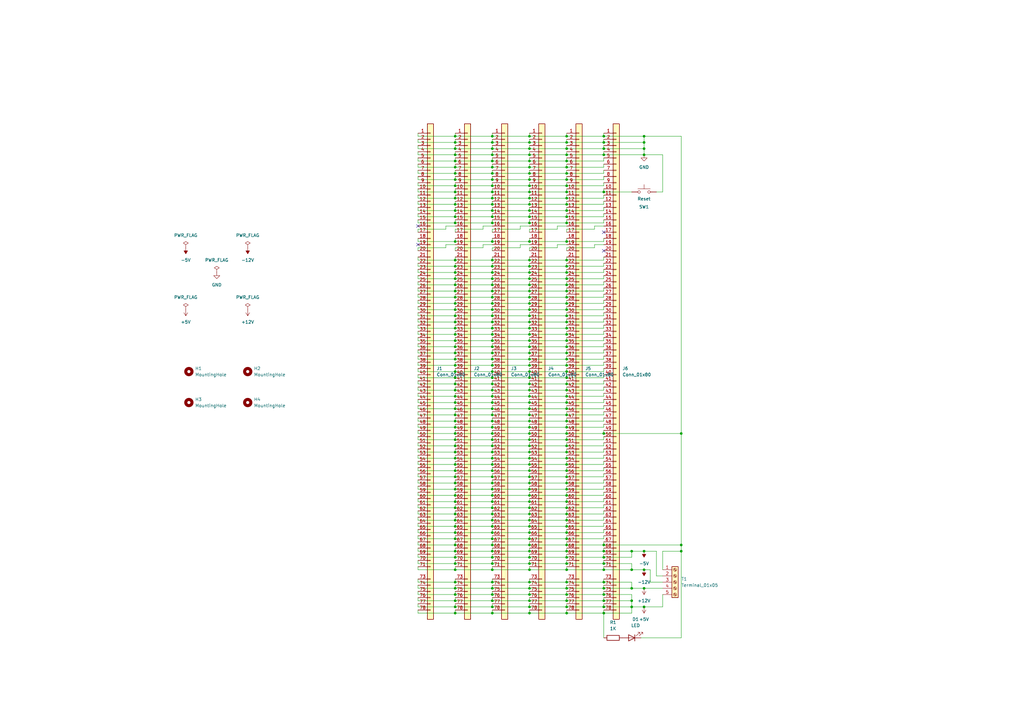
<source format=kicad_sch>
(kicad_sch (version 20230121) (generator eeschema)
  (paper "A3")
  (title_block (title "80-Bus Card Backplane") (date "2024-06-22") (rev "1.3.0"))
  (junction (at 201.93 200.66))
  (junction (at 201.93 195.58))
  (junction (at 217.17 195.58))
  (junction (at 217.17 170.18))
  (junction (at 217.17 165.1))
  (junction (at 232.41 193.04))
  (junction (at 217.17 203.2))
  (junction (at 247.65 241.3))
  (junction (at 186.69 172.72))
  (junction (at 217.17 132.08))
  (junction (at 232.41 218.44))
  (junction (at 232.41 167.64))
  (junction (at 232.41 157.48))
  (junction (at 201.93 142.24))
  (junction (at 201.93 226.06))
  (junction (at 232.41 55.88))
  (junction (at 232.41 223.52))
  (junction (at 217.17 223.52))
  (junction (at 264.16 63.5))
  (junction (at 217.17 198.12))
  (junction (at 217.17 157.48))
  (junction (at 201.93 83.82))
  (junction (at 201.93 248.92))
  (junction (at 201.93 177.8))
  (junction (at 186.69 157.48))
  (junction (at 247.65 60.96))
  (junction (at 217.17 66.04))
  (junction (at 217.17 63.5))
  (junction (at 247.65 63.5))
  (junction (at 232.41 109.22))
  (junction (at 201.93 137.16))
  (junction (at 217.17 76.2))
  (junction (at 247.65 177.8))
  (junction (at 201.93 71.12))
  (junction (at 217.17 116.84))
  (junction (at 232.41 175.26))
  (junction (at 217.17 190.5))
  (junction (at 186.69 111.76))
  (junction (at 201.93 180.34))
  (junction (at 186.69 149.86))
  (junction (at 247.65 231.14))
  (junction (at 201.93 124.46))
  (junction (at 201.93 152.4))
  (junction (at 201.93 198.12))
  (junction (at 217.17 144.78))
  (junction (at 201.93 106.68))
  (junction (at 186.69 139.7))
  (junction (at 186.69 132.08))
  (junction (at 232.41 241.3))
  (junction (at 201.93 68.58))
  (junction (at 186.69 203.2))
  (junction (at 201.93 132.08))
  (junction (at 232.41 111.76))
  (junction (at 217.17 81.28))
  (junction (at 217.17 88.9))
  (junction (at 217.17 124.46))
  (junction (at 217.17 106.68))
  (junction (at 186.69 182.88))
  (junction (at 201.93 139.7))
  (junction (at 217.17 213.36))
  (junction (at 217.17 147.32))
  (junction (at 201.93 86.36))
  (junction (at 279.4 226.06))
  (junction (at 186.69 167.64))
  (junction (at 232.41 226.06))
  (junction (at 186.69 66.04))
  (junction (at 232.41 195.58))
  (junction (at 186.69 177.8))
  (junction (at 217.17 215.9))
  (junction (at 186.69 142.24))
  (junction (at 186.69 86.36))
  (junction (at 232.41 66.04))
  (junction (at 201.93 154.94))
  (junction (at 201.93 172.72))
  (junction (at 186.69 226.06))
  (junction (at 259.08 246.38))
  (junction (at 232.41 228.6))
  (junction (at 217.17 121.92))
  (junction (at 201.93 185.42))
  (junction (at 232.41 116.84))
  (junction (at 201.93 208.28))
  (junction (at 279.4 223.52))
  (junction (at 232.41 165.1))
  (junction (at 232.41 99.06))
  (junction (at 232.41 231.14))
  (junction (at 201.93 109.22))
  (junction (at 186.69 198.12))
  (junction (at 232.41 60.96))
  (junction (at 201.93 213.36))
  (junction (at 186.69 208.28))
  (junction (at 232.41 78.74))
  (junction (at 186.69 147.32))
  (junction (at 217.17 208.28))
  (junction (at 264.16 248.92))
  (junction (at 217.17 231.14))
  (junction (at 186.69 68.58))
  (junction (at 186.69 83.82))
  (junction (at 232.41 182.88))
  (junction (at 217.17 73.66))
  (junction (at 201.93 203.2))
  (junction (at 232.41 233.68))
  (junction (at 201.93 129.54))
  (junction (at 186.69 76.2))
  (junction (at 264.16 233.68))
  (junction (at 201.93 243.84))
  (junction (at 201.93 162.56))
  (junction (at 186.69 134.62))
  (junction (at 186.69 60.96))
  (junction (at 217.17 109.22))
  (junction (at 217.17 129.54))
  (junction (at 217.17 193.04))
  (junction (at 186.69 210.82))
  (junction (at 186.69 160.02))
  (junction (at 186.69 144.78))
  (junction (at 186.69 187.96))
  (junction (at 186.69 213.36))
  (junction (at 201.93 218.44))
  (junction (at 232.41 187.96))
  (junction (at 217.17 180.34))
  (junction (at 201.93 228.6))
  (junction (at 217.17 251.46))
  (junction (at 232.41 91.44))
  (junction (at 217.17 182.88))
  (junction (at 259.08 248.92))
  (junction (at 232.41 86.36))
  (junction (at 186.69 58.42))
  (junction (at 186.69 246.38))
  (junction (at 186.69 215.9))
  (junction (at 232.41 63.5))
  (junction (at 217.17 238.76))
  (junction (at 201.93 76.2))
  (junction (at 232.41 119.38))
  (junction (at 217.17 142.24))
  (junction (at 186.69 127))
  (junction (at 232.41 142.24))
  (junction (at 186.69 119.38))
  (junction (at 186.69 193.04))
  (junction (at 186.69 190.5))
  (junction (at 186.69 218.44))
  (junction (at 217.17 86.36))
  (junction (at 186.69 180.34))
  (junction (at 217.17 175.26))
  (junction (at 217.17 111.76))
  (junction (at 232.41 88.9))
  (junction (at 247.65 228.6))
  (junction (at 217.17 162.56))
  (junction (at 217.17 137.16))
  (junction (at 279.4 177.8))
  (junction (at 217.17 177.8))
  (junction (at 217.17 134.62))
  (junction (at 186.69 223.52))
  (junction (at 232.41 213.36))
  (junction (at 232.41 198.12))
  (junction (at 201.93 241.3))
  (junction (at 232.41 114.3))
  (junction (at 201.93 190.5))
  (junction (at 201.93 193.04))
  (junction (at 186.69 170.18))
  (junction (at 201.93 187.96))
  (junction (at 232.41 71.12))
  (junction (at 217.17 55.88))
  (junction (at 201.93 233.68))
  (junction (at 217.17 160.02))
  (junction (at 217.17 139.7))
  (junction (at 201.93 223.52))
  (junction (at 201.93 58.42))
  (junction (at 201.93 220.98))
  (junction (at 186.69 200.66))
  (junction (at 247.65 233.68))
  (junction (at 186.69 129.54))
  (junction (at 201.93 149.86))
  (junction (at 201.93 251.46))
  (junction (at 201.93 175.26))
  (junction (at 232.41 124.46))
  (junction (at 217.17 220.98))
  (junction (at 232.41 210.82))
  (junction (at 217.17 152.4))
  (junction (at 259.08 226.06))
  (junction (at 201.93 246.38))
  (junction (at 201.93 215.9))
  (junction (at 232.41 243.84))
  (junction (at 264.16 241.3))
  (junction (at 201.93 134.62))
  (junction (at 232.41 144.78))
  (junction (at 247.65 55.88))
  (junction (at 232.41 58.42))
  (junction (at 186.69 231.14))
  (junction (at 247.65 238.76))
  (junction (at 232.41 203.2))
  (junction (at 186.69 185.42))
  (junction (at 201.93 114.3))
  (junction (at 217.17 78.74))
  (junction (at 201.93 99.06))
  (junction (at 186.69 162.56))
  (junction (at 217.17 187.96))
  (junction (at 186.69 81.28))
  (junction (at 186.69 121.92))
  (junction (at 201.93 205.74))
  (junction (at 232.41 83.82))
  (junction (at 186.69 116.84))
  (junction (at 201.93 231.14))
  (junction (at 201.93 121.92))
  (junction (at 201.93 167.64))
  (junction (at 186.69 195.58))
  (junction (at 232.41 106.68))
  (junction (at 247.65 226.06))
  (junction (at 186.69 78.74))
  (junction (at 232.41 81.28))
  (junction (at 232.41 251.46))
  (junction (at 186.69 152.4))
  (junction (at 217.17 205.74))
  (junction (at 186.69 241.3))
  (junction (at 217.17 114.3))
  (junction (at 186.69 251.46))
  (junction (at 201.93 160.02))
  (junction (at 201.93 147.32))
  (junction (at 186.69 91.44))
  (junction (at 217.17 233.68))
  (junction (at 232.41 137.16))
  (junction (at 201.93 81.28))
  (junction (at 186.69 114.3))
  (junction (at 186.69 99.06))
  (junction (at 232.41 160.02))
  (junction (at 232.41 200.66))
  (junction (at 232.41 177.8))
  (junction (at 232.41 248.92))
  (junction (at 201.93 55.88))
  (junction (at 232.41 172.72))
  (junction (at 201.93 144.78))
  (junction (at 232.41 121.92))
  (junction (at 232.41 220.98))
  (junction (at 232.41 215.9))
  (junction (at 217.17 83.82))
  (junction (at 232.41 190.5))
  (junction (at 186.69 137.16))
  (junction (at 186.69 238.76))
  (junction (at 217.17 149.86))
  (junction (at 186.69 124.46))
  (junction (at 217.17 210.82))
  (junction (at 201.93 238.76))
  (junction (at 217.17 243.84))
  (junction (at 186.69 165.1))
  (junction (at 217.17 99.06))
  (junction (at 217.17 119.38))
  (junction (at 186.69 233.68))
  (junction (at 186.69 154.94))
  (junction (at 264.16 58.42))
  (junction (at 201.93 210.82))
  (junction (at 217.17 246.38))
  (junction (at 232.41 127))
  (junction (at 186.69 205.74))
  (junction (at 232.41 68.58))
  (junction (at 217.17 154.94))
  (junction (at 217.17 60.96))
  (junction (at 201.93 182.88))
  (junction (at 201.93 66.04))
  (junction (at 259.08 241.3))
  (junction (at 186.69 109.22))
  (junction (at 232.41 208.28))
  (junction (at 232.41 162.56))
  (junction (at 186.69 71.12))
  (junction (at 201.93 88.9))
  (junction (at 232.41 149.86))
  (junction (at 232.41 147.32))
  (junction (at 217.17 248.92))
  (junction (at 264.16 55.88))
  (junction (at 232.41 73.66))
  (junction (at 217.17 127))
  (junction (at 232.41 76.2))
  (junction (at 232.41 170.18))
  (junction (at 232.41 246.38))
  (junction (at 201.93 157.48))
  (junction (at 232.41 205.74))
  (junction (at 217.17 200.66))
  (junction (at 186.69 88.9))
  (junction (at 232.41 134.62))
  (junction (at 247.65 248.92))
  (junction (at 217.17 91.44))
  (junction (at 186.69 73.66))
  (junction (at 247.65 251.46))
  (junction (at 201.93 170.18))
  (junction (at 201.93 63.5))
  (junction (at 201.93 127))
  (junction (at 217.17 218.44))
  (junction (at 186.69 248.92))
  (junction (at 232.41 185.42))
  (junction (at 186.69 228.6))
  (junction (at 232.41 129.54))
  (junction (at 201.93 78.74))
  (junction (at 217.17 58.42))
  (junction (at 247.65 223.52))
  (junction (at 232.41 180.34))
  (junction (at 186.69 175.26))
  (junction (at 217.17 185.42))
  (junction (at 247.65 78.74))
  (junction (at 186.69 243.84))
  (junction (at 247.65 246.38))
  (junction (at 264.16 226.06))
  (junction (at 201.93 119.38))
  (junction (at 201.93 73.66))
  (junction (at 217.17 172.72))
  (junction (at 201.93 60.96))
  (junction (at 217.17 241.3))
  (junction (at 232.41 139.7))
  (junction (at 232.41 152.4))
  (junction (at 186.69 63.5))
  (junction (at 247.65 58.42))
  (junction (at 201.93 111.76))
  (junction (at 232.41 132.08))
  (junction (at 247.65 243.84))
  (junction (at 264.16 60.96))
  (junction (at 201.93 116.84))
  (junction (at 186.69 220.98))
  (junction (at 217.17 68.58))
  (junction (at 217.17 228.6))
  (junction (at 217.17 226.06))
  (junction (at 201.93 165.1))
  (junction (at 217.17 167.64))
  (junction (at 232.41 238.76))
  (junction (at 217.17 71.12))
  (junction (at 201.93 91.44))
  (junction (at 259.08 233.68))
  (junction (at 232.41 154.94))
  (junction (at 186.69 106.68))
  (junction (at 186.69 55.88))
  (no_connect (at 247.65 102.87))
  (no_connect (at 247.65 95.25))
  (no_connect (at 171.45 92.71))
  (no_connect (at 171.45 100.33))
  (wire (pts (xy 186.69 115.57) (xy 186.69 116.84)))
  (wire (pts (xy 247.65 231.14) (xy 247.65 229.87)))
  (wire (pts (xy 217.17 231.14) (xy 232.41 231.14)))
  (wire (pts (xy 217.17 63.5) (xy 232.41 63.5)))
  (wire (pts (xy 171.45 207.01) (xy 171.45 208.28)))
  (wire (pts (xy 201.93 137.16) (xy 186.69 137.16)))
  (wire (pts (xy 171.45 109.22) (xy 171.45 107.95)))
  (wire (pts (xy 217.17 165.1) (xy 201.93 165.1)))
  (wire (pts (xy 201.93 170.18) (xy 186.69 170.18)))
  (wire (pts (xy 201.93 233.68) (xy 217.17 233.68)))
  (wire (pts (xy 171.45 248.92) (xy 186.69 248.92)))
  (wire (pts (xy 232.41 205.74) (xy 217.17 205.74)))
  (wire (pts (xy 259.08 228.6) (xy 247.65 228.6)))
  (wire (pts (xy 232.41 111.76) (xy 232.41 110.49)))
  (wire (pts (xy 186.69 114.3) (xy 186.69 113.03)))
  (wire (pts (xy 217.17 187.96) (xy 201.93 187.96)))
  (wire (pts (xy 232.41 92.71) (xy 228.6 92.71)))
  (wire (pts (xy 247.65 146.05) (xy 247.65 147.32)))
  (wire (pts (xy 217.17 228.6) (xy 232.41 228.6)))
  (wire (pts (xy 186.69 93.98) (xy 186.69 95.25)))
  (wire (pts (xy 243.84 101.6) (xy 232.41 101.6)))
  (wire (pts (xy 232.41 180.34) (xy 247.65 180.34)))
  (wire (pts (xy 201.93 73.66) (xy 217.17 73.66)))
  (wire (pts (xy 201.93 81.28) (xy 186.69 81.28)))
  (wire (pts (xy 217.17 186.69) (xy 217.17 187.96)))
  (wire (pts (xy 232.41 124.46) (xy 217.17 124.46)))
  (wire (pts (xy 217.17 76.2) (xy 201.93 76.2)))
  (wire (pts (xy 232.41 157.48) (xy 232.41 156.21)))
  (wire (pts (xy 259.08 231.14) (xy 247.65 231.14)))
  (wire (pts (xy 217.17 180.34) (xy 232.41 180.34)))
  (wire (pts (xy 217.17 154.94) (xy 217.17 153.67)))
  (wire (pts (xy 232.41 193.04) (xy 217.17 193.04)))
  (wire (pts (xy 217.17 229.87) (xy 217.17 231.14)))
  (wire (pts (xy 247.65 135.89) (xy 247.65 137.16)))
  (wire (pts (xy 269.24 226.06) (xy 264.16 226.06)))
  (wire (pts (xy 186.69 242.57) (xy 186.69 243.84)))
  (wire (pts (xy 232.41 190.5) (xy 247.65 190.5)))
  (wire (pts (xy 201.93 138.43) (xy 201.93 139.7)))
  (wire (pts (xy 171.45 116.84) (xy 186.69 116.84)))
  (wire (pts (xy 217.17 100.33) (xy 213.36 100.33)))
  (wire (pts (xy 217.17 222.25) (xy 217.17 223.52)))
  (wire (pts (xy 201.93 113.03) (xy 201.93 114.3)))
  (wire (pts (xy 217.17 119.38) (xy 217.17 118.11)))
  (wire (pts (xy 247.65 147.32) (xy 232.41 147.32)))
  (wire (pts (xy 186.69 142.24) (xy 186.69 140.97)))
  (wire (pts (xy 269.24 78.74) (xy 271.78 78.74)))
  (wire (pts (xy 279.4 261.62) (xy 279.4 226.06)))
  (wire (pts (xy 186.69 177.8) (xy 171.45 177.8)))
  (wire (pts (xy 186.69 160.02) (xy 171.45 160.02)))
  (wire (pts (xy 232.41 246.38) (xy 247.65 246.38)))
  (wire (pts (xy 247.65 210.82) (xy 232.41 210.82)))
  (wire (pts (xy 271.78 63.5) (xy 271.78 78.74)))
  (wire (pts (xy 259.08 248.92) (xy 264.16 248.92)))
  (wire (pts (xy 171.45 185.42) (xy 186.69 185.42)))
  (wire (pts (xy 217.17 139.7) (xy 232.41 139.7)))
  (wire (pts (xy 186.69 161.29) (xy 186.69 162.56)))
  (wire (pts (xy 232.41 161.29) (xy 232.41 162.56)))
  (wire (pts (xy 232.41 157.48) (xy 247.65 157.48)))
  (wire (pts (xy 247.65 121.92) (xy 247.65 120.65)))
  (wire (pts (xy 247.65 176.53) (xy 247.65 177.8)))
  (wire (pts (xy 217.17 177.8) (xy 201.93 177.8)))
  (wire (pts (xy 201.93 214.63) (xy 201.93 215.9)))
  (wire (pts (xy 232.41 139.7) (xy 247.65 139.7)))
  (wire (pts (xy 171.45 162.56) (xy 186.69 162.56)))
  (wire (pts (xy 171.45 137.16) (xy 171.45 135.89)))
  (wire (pts (xy 201.93 62.23) (xy 201.93 63.5)))
  (wire (pts (xy 201.93 182.88) (xy 201.93 181.61)))
  (wire (pts (xy 171.45 78.74) (xy 186.69 78.74)))
  (wire (pts (xy 247.65 246.38) (xy 259.08 246.38)))
  (wire (pts (xy 171.45 210.82) (xy 171.45 209.55)))
  (wire (pts (xy 232.41 182.88) (xy 217.17 182.88)))
  (wire (pts (xy 186.69 182.88) (xy 186.69 181.61)))
  (wire (pts (xy 247.65 181.61) (xy 247.65 182.88)))
  (wire (pts (xy 171.45 232.41) (xy 171.45 233.68)))
  (wire (pts (xy 186.69 237.49) (xy 186.69 238.76)))
  (wire (pts (xy 201.93 157.48) (xy 201.93 156.21)))
  (wire (pts (xy 201.93 93.98) (xy 201.93 95.25)))
  (wire (pts (xy 232.41 60.96) (xy 217.17 60.96)))
  (wire (pts (xy 201.93 127) (xy 217.17 127)))
  (wire (pts (xy 171.45 251.46) (xy 186.69 251.46)))
  (wire (pts (xy 247.65 243.84) (xy 247.65 242.57)))
  (wire (pts (xy 186.69 241.3) (xy 201.93 241.3)))
  (wire (pts (xy 171.45 242.57) (xy 171.45 243.84)))
  (wire (pts (xy 186.69 198.12) (xy 171.45 198.12)))
  (wire (pts (xy 232.41 172.72) (xy 217.17 172.72)))
  (wire (pts (xy 232.41 67.31) (xy 232.41 68.58)))
  (wire (pts (xy 186.69 147.32) (xy 186.69 146.05)))
  (wire (pts (xy 201.93 198.12) (xy 201.93 196.85)))
  (wire (pts (xy 171.45 153.67) (xy 171.45 154.94)))
  (wire (pts (xy 232.41 62.23) (xy 232.41 63.5)))
  (wire (pts (xy 232.41 100.33) (xy 228.6 100.33)))
  (wire (pts (xy 198.12 93.98) (xy 186.69 93.98)))
  (wire (pts (xy 186.69 165.1) (xy 186.69 163.83)))
  (wire (pts (xy 247.65 203.2) (xy 247.65 201.93)))
  (wire (pts (xy 171.45 91.44) (xy 171.45 90.17)))
  (wire (pts (xy 171.45 156.21) (xy 171.45 157.48)))
  (wire (pts (xy 171.45 224.79) (xy 171.45 226.06)))
  (wire (pts (xy 186.69 57.15) (xy 186.69 58.42)))
  (wire (pts (xy 201.93 203.2) (xy 201.93 201.93)))
  (wire (pts (xy 232.41 82.55) (xy 232.41 83.82)))
  (wire (pts (xy 171.45 66.04) (xy 171.45 64.77)))
  (wire (pts (xy 201.93 229.87) (xy 201.93 231.14)))
  (wire (pts (xy 279.4 55.88) (xy 264.16 55.88)))
  (wire (pts (xy 201.93 68.58) (xy 217.17 68.58)))
  (wire (pts (xy 201.93 195.58) (xy 217.17 195.58)))
  (wire (pts (xy 201.93 208.28) (xy 217.17 208.28)))
  (wire (pts (xy 247.65 160.02) (xy 232.41 160.02)))
  (wire (pts (xy 247.65 204.47) (xy 247.65 205.74)))
  (wire (pts (xy 217.17 114.3) (xy 201.93 114.3)))
  (wire (pts (xy 186.69 205.74) (xy 171.45 205.74)))
  (wire (pts (xy 217.17 157.48) (xy 232.41 157.48)))
  (wire (pts (xy 232.41 68.58) (xy 247.65 68.58)))
  (wire (pts (xy 232.41 226.06) (xy 232.41 224.79)))
  (wire (pts (xy 247.65 92.71) (xy 243.84 92.71)))
  (wire (pts (xy 186.69 180.34) (xy 201.93 180.34)))
  (wire (pts (xy 232.41 120.65) (xy 232.41 121.92)))
  (wire (pts (xy 201.93 238.76) (xy 217.17 238.76)))
  (wire (pts (xy 171.45 93.98) (xy 171.45 95.25)))
  (wire (pts (xy 171.45 149.86) (xy 186.69 149.86)))
  (wire (pts (xy 247.65 205.74) (xy 232.41 205.74)))
  (wire (pts (xy 217.17 55.88) (xy 201.93 55.88)))
  (wire (pts (xy 186.69 109.22) (xy 171.45 109.22)))
  (wire (pts (xy 247.65 208.28) (xy 247.65 207.01)))
  (wire (pts (xy 217.17 91.44) (xy 201.93 91.44)))
  (wire (pts (xy 186.69 223.52) (xy 201.93 223.52)))
  (wire (pts (xy 247.65 109.22) (xy 232.41 109.22)))
  (wire (pts (xy 201.93 60.96) (xy 186.69 60.96)))
  (wire (pts (xy 232.41 179.07) (xy 232.41 180.34)))
  (wire (pts (xy 247.65 243.84) (xy 259.08 243.84)))
  (wire (pts (xy 201.93 251.46) (xy 217.17 251.46)))
  (wire (pts (xy 217.17 165.1) (xy 217.17 163.83)))
  (wire (pts (xy 171.45 132.08) (xy 186.69 132.08)))
  (wire (pts (xy 171.45 106.68) (xy 186.69 106.68)))
  (wire (pts (xy 279.4 226.06) (xy 279.4 223.52)))
  (wire (pts (xy 247.65 158.75) (xy 247.65 160.02)))
  (wire (pts (xy 217.17 203.2) (xy 232.41 203.2)))
  (wire (pts (xy 201.93 63.5) (xy 217.17 63.5)))
  (wire (pts (xy 247.65 73.66) (xy 247.65 72.39)))
  (wire (pts (xy 186.69 167.64) (xy 201.93 167.64)))
  (wire (pts (xy 217.17 185.42) (xy 217.17 184.15)))
  (wire (pts (xy 232.41 106.68) (xy 247.65 106.68)))
  (wire (pts (xy 186.69 91.44) (xy 186.69 90.17)))
  (wire (pts (xy 186.69 187.96) (xy 171.45 187.96)))
  (wire (pts (xy 186.69 233.68) (xy 201.93 233.68)))
  (wire (pts (xy 201.93 116.84) (xy 217.17 116.84)))
  (wire (pts (xy 232.41 213.36) (xy 217.17 213.36)))
  (wire (pts (xy 259.08 238.76) (xy 259.08 241.3)))
  (wire (pts (xy 201.93 139.7) (xy 217.17 139.7)))
  (wire (pts (xy 217.17 128.27) (xy 217.17 129.54)))
  (wire (pts (xy 247.65 58.42) (xy 264.16 58.42)))
  (wire (pts (xy 264.16 60.96) (xy 264.16 63.5)))
  (wire (pts (xy 186.69 170.18) (xy 171.45 170.18)))
  (wire (pts (xy 228.6 93.98) (xy 217.17 93.98)))
  (wire (pts (xy 232.41 160.02) (xy 217.17 160.02)))
  (wire (pts (xy 217.17 93.98) (xy 217.17 95.25)))
  (wire (pts (xy 247.65 111.76) (xy 247.65 110.49)))
  (wire (pts (xy 201.93 203.2) (xy 217.17 203.2)))
  (wire (pts (xy 247.65 86.36) (xy 232.41 86.36)))
  (wire (pts (xy 247.65 238.76) (xy 247.65 237.49)))
  (wire (pts (xy 247.65 213.36) (xy 232.41 213.36)))
  (wire (pts (xy 232.41 55.88) (xy 217.17 55.88)))
  (wire (pts (xy 186.69 119.38) (xy 186.69 118.11)))
  (wire (pts (xy 171.45 193.04) (xy 171.45 191.77)))
  (wire (pts (xy 232.41 144.78) (xy 247.65 144.78)))
  (wire (pts (xy 182.88 92.71) (xy 182.88 93.98)))
  (wire (pts (xy 201.93 182.88) (xy 186.69 182.88)))
  (wire (pts (xy 171.45 246.38) (xy 186.69 246.38)))
  (wire (pts (xy 186.69 154.94) (xy 201.93 154.94)))
  (wire (pts (xy 171.45 214.63) (xy 171.45 215.9)))
  (wire (pts (xy 259.08 238.76) (xy 247.65 238.76)))
  (wire (pts (xy 217.17 175.26) (xy 232.41 175.26)))
  (wire (pts (xy 232.41 173.99) (xy 232.41 175.26)))
  (wire (pts (xy 201.93 248.92) (xy 217.17 248.92)))
  (wire (pts (xy 232.41 55.88) (xy 232.41 54.61)))
  (wire (pts (xy 201.93 167.64) (xy 217.17 167.64)))
  (wire (pts (xy 201.93 152.4) (xy 186.69 152.4)))
  (wire (pts (xy 186.69 63.5) (xy 201.93 63.5)))
  (wire (pts (xy 171.45 231.14) (xy 186.69 231.14)))
  (wire (pts (xy 171.45 120.65) (xy 171.45 121.92)))
  (wire (pts (xy 171.45 119.38) (xy 171.45 118.11)))
  (wire (pts (xy 201.93 247.65) (xy 201.93 248.92)))
  (wire (pts (xy 217.17 157.48) (xy 217.17 156.21)))
  (wire (pts (xy 171.45 72.39) (xy 171.45 73.66)))
  (wire (pts (xy 247.65 209.55) (xy 247.65 210.82)))
  (wire (pts (xy 232.41 76.2) (xy 217.17 76.2)))
  (wire (pts (xy 171.45 152.4) (xy 171.45 151.13)))
  (wire (pts (xy 186.69 124.46) (xy 171.45 124.46)))
  (wire (pts (xy 201.93 231.14) (xy 217.17 231.14)))
  (wire (pts (xy 201.93 237.49) (xy 201.93 238.76)))
  (wire (pts (xy 171.45 228.6) (xy 186.69 228.6)))
  (wire (pts (xy 171.45 195.58) (xy 186.69 195.58)))
  (wire (pts (xy 186.69 121.92) (xy 201.93 121.92)))
  (wire (pts (xy 217.17 243.84) (xy 217.17 242.57)))
  (wire (pts (xy 186.69 157.48) (xy 201.93 157.48)))
  (wire (pts (xy 186.69 187.96) (xy 186.69 186.69)))
  (wire (pts (xy 171.45 148.59) (xy 171.45 149.86)))
  (wire (pts (xy 217.17 195.58) (xy 232.41 195.58)))
  (wire (pts (xy 259.08 233.68) (xy 259.08 231.14)))
  (wire (pts (xy 201.93 71.12) (xy 201.93 69.85)))
  (wire (pts (xy 217.17 101.6) (xy 217.17 102.87)))
  (wire (pts (xy 247.65 123.19) (xy 247.65 124.46)))
  (wire (pts (xy 171.45 67.31) (xy 171.45 68.58)))
  (wire (pts (xy 171.45 99.06) (xy 186.69 99.06)))
  (wire (pts (xy 201.93 124.46) (xy 186.69 124.46)))
  (wire (pts (xy 171.45 144.78) (xy 186.69 144.78)))
  (wire (pts (xy 217.17 154.94) (xy 232.41 154.94)))
  (wire (pts (xy 232.41 194.31) (xy 232.41 195.58)))
  (wire (pts (xy 232.41 154.94) (xy 247.65 154.94)))
  (wire (pts (xy 171.45 247.65) (xy 171.45 248.92)))
  (wire (pts (xy 201.93 193.04) (xy 201.93 191.77)))
  (wire (pts (xy 217.17 81.28) (xy 217.17 80.01)))
  (wire (pts (xy 217.17 142.24) (xy 201.93 142.24)))
  (wire (pts (xy 217.17 60.96) (xy 217.17 59.69)))
  (wire (pts (xy 186.69 177.8) (xy 186.69 176.53)))
  (wire (pts (xy 201.93 55.88) (xy 186.69 55.88)))
  (wire (pts (xy 201.93 119.38) (xy 201.93 118.11)))
  (wire (pts (xy 217.17 170.18) (xy 201.93 170.18)))
  (wire (pts (xy 186.69 213.36) (xy 186.69 212.09)))
  (wire (pts (xy 217.17 185.42) (xy 232.41 185.42)))
  (wire (pts (xy 232.41 172.72) (xy 232.41 171.45)))
  (wire (pts (xy 201.93 154.94) (xy 217.17 154.94)))
  (wire (pts (xy 217.17 116.84) (xy 232.41 116.84)))
  (wire (pts (xy 201.93 76.2) (xy 201.93 74.93)))
  (wire (pts (xy 186.69 214.63) (xy 186.69 215.9)))
  (wire (pts (xy 201.93 147.32) (xy 201.93 146.05)))
  (wire (pts (xy 247.65 59.69) (xy 247.65 60.96)))
  (wire (pts (xy 201.93 83.82) (xy 217.17 83.82)))
  (wire (pts (xy 259.08 233.68) (xy 264.16 233.68)))
  (wire (pts (xy 186.69 114.3) (xy 171.45 114.3)))
  (wire (pts (xy 217.17 121.92) (xy 232.41 121.92)))
  (wire (pts (xy 171.45 205.74) (xy 171.45 204.47)))
  (wire (pts (xy 198.12 100.33) (xy 198.12 101.6)))
  (wire (pts (xy 232.41 149.86) (xy 247.65 149.86)))
  (wire (pts (xy 247.65 233.68) (xy 247.65 232.41)))
  (wire (pts (xy 186.69 68.58) (xy 201.93 68.58)))
  (wire (pts (xy 186.69 227.33) (xy 186.69 228.6)))
  (wire (pts (xy 171.45 251.46) (xy 171.45 250.19)))
  (wire (pts (xy 232.41 71.12) (xy 232.41 69.85)))
  (wire (pts (xy 247.65 60.96) (xy 232.41 60.96)))
  (wire (pts (xy 201.93 99.06) (xy 217.17 99.06)))
  (wire (pts (xy 201.93 58.42) (xy 217.17 58.42)))
  (wire (pts (xy 217.17 92.71) (xy 213.36 92.71)))
  (wire (pts (xy 232.41 212.09) (xy 232.41 213.36)))
  (wire (pts (xy 217.17 97.79) (xy 217.17 99.06)))
  (wire (pts (xy 171.45 55.88) (xy 171.45 54.61)))
  (wire (pts (xy 217.17 68.58) (xy 232.41 68.58)))
  (wire (pts (xy 201.93 55.88) (xy 201.93 54.61)))
  (wire (pts (xy 201.93 222.25) (xy 201.93 223.52)))
  (wire (pts (xy 171.45 177.8) (xy 171.45 176.53)))
  (wire (pts (xy 232.41 91.44) (xy 232.41 90.17)))
  (wire (pts (xy 171.45 143.51) (xy 171.45 144.78)))
  (wire (pts (xy 217.17 119.38) (xy 201.93 119.38)))
  (wire (pts (xy 259.08 251.46) (xy 247.65 251.46)))
  (wire (pts (xy 232.41 175.26) (xy 247.65 175.26)))
  (wire (pts (xy 186.69 77.47) (xy 186.69 78.74)))
  (wire (pts (xy 186.69 92.71) (xy 182.88 92.71)))
  (wire (pts (xy 201.93 144.78) (xy 217.17 144.78)))
  (wire (pts (xy 213.36 100.33) (xy 213.36 101.6)))
  (wire (pts (xy 217.17 182.88) (xy 201.93 182.88)))
  (wire (pts (xy 217.17 57.15) (xy 217.17 58.42)))
  (wire (pts (xy 217.17 241.3) (xy 232.41 241.3)))
  (wire (pts (xy 171.45 190.5) (xy 186.69 190.5)))
  (wire (pts (xy 201.93 245.11) (xy 201.93 246.38)))
  (wire (pts (xy 201.93 180.34) (xy 217.17 180.34)))
  (wire (pts (xy 201.93 82.55) (xy 201.93 83.82)))
  (wire (pts (xy 217.17 129.54) (xy 201.93 129.54)))
  (wire (pts (xy 271.78 243.84) (xy 271.78 248.92)))
  (wire (pts (xy 232.41 243.84) (xy 247.65 243.84)))
  (wire (pts (xy 271.78 63.5) (xy 264.16 63.5)))
  (wire (pts (xy 217.17 87.63) (xy 217.17 88.9)))
  (wire (pts (xy 186.69 111.76) (xy 201.93 111.76)))
  (wire (pts (xy 201.93 228.6) (xy 217.17 228.6)))
  (wire (pts (xy 201.93 167.64) (xy 201.93 166.37)))
  (wire (pts (xy 186.69 208.28) (xy 201.93 208.28)))
  (wire (pts (xy 232.41 227.33) (xy 232.41 228.6)))
  (wire (pts (xy 259.08 248.92) (xy 259.08 251.46)))
  (wire (pts (xy 171.45 83.82) (xy 186.69 83.82)))
  (wire (pts (xy 171.45 63.5) (xy 186.69 63.5)))
  (wire (pts (xy 171.45 81.28) (xy 171.45 80.01)))
  (wire (pts (xy 217.17 177.8) (xy 217.17 176.53)))
  (wire (pts (xy 186.69 229.87) (xy 186.69 231.14)))
  (wire (pts (xy 171.45 172.72) (xy 171.45 171.45)))
  (wire (pts (xy 232.41 208.28) (xy 232.41 207.01)))
  (wire (pts (xy 186.69 134.62) (xy 201.93 134.62)))
  (wire (pts (xy 232.41 167.64) (xy 232.41 166.37)))
  (wire (pts (xy 232.41 58.42) (xy 247.65 58.42)))
  (wire (pts (xy 171.45 62.23) (xy 171.45 63.5)))
  (wire (pts (xy 186.69 76.2) (xy 171.45 76.2)))
  (wire (pts (xy 171.45 175.26) (xy 186.69 175.26)))
  (wire (pts (xy 217.17 161.29) (xy 217.17 162.56)))
  (wire (pts (xy 186.69 148.59) (xy 186.69 149.86)))
  (wire (pts (xy 201.93 91.44) (xy 201.93 90.17)))
  (wire (pts (xy 201.93 251.46) (xy 201.93 250.19)))
  (wire (pts (xy 217.17 170.18) (xy 217.17 168.91)))
  (wire (pts (xy 247.65 116.84) (xy 247.65 115.57)))
  (wire (pts (xy 201.93 243.84) (xy 217.17 243.84)))
  (wire (pts (xy 171.45 130.81) (xy 171.45 132.08)))
  (wire (pts (xy 217.17 124.46) (xy 217.17 123.19)))
  (wire (pts (xy 171.45 179.07) (xy 171.45 180.34)))
  (wire (pts (xy 217.17 78.74) (xy 232.41 78.74)))
  (wire (pts (xy 232.41 134.62) (xy 247.65 134.62)))
  (wire (pts (xy 247.65 241.3) (xy 259.08 241.3)))
  (wire (pts (xy 186.69 238.76) (xy 201.93 238.76)))
  (wire (pts (xy 217.17 248.92) (xy 232.41 248.92)))
  (wire (pts (xy 186.69 60.96) (xy 186.69 59.69)))
  (wire (pts (xy 171.45 88.9) (xy 186.69 88.9)))
  (wire (pts (xy 201.93 200.66) (xy 217.17 200.66)))
  (wire (pts (xy 247.65 63.5) (xy 264.16 63.5)))
  (wire (pts (xy 247.65 83.82) (xy 247.65 82.55)))
  (wire (pts (xy 186.69 110.49) (xy 186.69 111.76)))
  (wire (pts (xy 186.69 81.28) (xy 171.45 81.28)))
  (wire (pts (xy 217.17 127) (xy 232.41 127)))
  (wire (pts (xy 201.93 124.46) (xy 201.93 123.19)))
  (wire (pts (xy 279.4 177.8) (xy 279.4 55.88)))
  (wire (pts (xy 217.17 179.07) (xy 217.17 180.34)))
  (wire (pts (xy 247.65 182.88) (xy 232.41 182.88)))
  (wire (pts (xy 264.16 58.42) (xy 264.16 60.96)))
  (wire (pts (xy 186.69 66.04) (xy 171.45 66.04)))
  (wire (pts (xy 217.17 213.36) (xy 201.93 213.36)))
  (wire (pts (xy 186.69 97.79) (xy 186.69 99.06)))
  (wire (pts (xy 232.41 66.04) (xy 217.17 66.04)))
  (wire (pts (xy 232.41 204.47) (xy 232.41 205.74)))
  (wire (pts (xy 186.69 232.41) (xy 186.69 233.68)))
  (wire (pts (xy 186.69 138.43) (xy 186.69 139.7)))
  (wire (pts (xy 232.41 147.32) (xy 232.41 146.05)))
  (wire (pts (xy 217.17 233.68) (xy 232.41 233.68)))
  (wire (pts (xy 232.41 251.46) (xy 232.41 250.19)))
  (wire (pts (xy 217.17 167.64) (xy 232.41 167.64)))
  (wire (pts (xy 186.69 120.65) (xy 186.69 121.92)))
  (wire (pts (xy 232.41 200.66) (xy 247.65 200.66)))
  (wire (pts (xy 232.41 115.57) (xy 232.41 116.84)))
  (wire (pts (xy 247.65 142.24) (xy 232.41 142.24)))
  (wire (pts (xy 171.45 200.66) (xy 186.69 200.66)))
  (wire (pts (xy 186.69 245.11) (xy 186.69 246.38)))
  (wire (pts (xy 171.45 76.2) (xy 171.45 74.93)))
  (wire (pts (xy 243.84 100.33) (xy 243.84 101.6)))
  (wire (pts (xy 217.17 58.42) (xy 232.41 58.42)))
  (wire (pts (xy 171.45 127) (xy 186.69 127)))
  (wire (pts (xy 186.69 193.04) (xy 186.69 191.77)))
  (wire (pts (xy 247.65 248.92) (xy 259.08 248.92)))
  (wire (pts (xy 186.69 139.7) (xy 201.93 139.7)))
  (wire (pts (xy 201.93 162.56) (xy 217.17 162.56)))
  (wire (pts (xy 217.17 82.55) (xy 217.17 83.82)))
  (wire (pts (xy 247.65 80.01) (xy 247.65 81.28)))
  (wire (pts (xy 201.93 92.71) (xy 198.12 92.71)))
  (wire (pts (xy 243.84 93.98) (xy 232.41 93.98)))
  (wire (pts (xy 247.65 128.27) (xy 247.65 129.54)))
  (wire (pts (xy 247.65 140.97) (xy 247.65 142.24)))
  (wire (pts (xy 247.65 71.12) (xy 232.41 71.12)))
  (wire (pts (xy 228.6 101.6) (xy 217.17 101.6)))
  (wire (pts (xy 201.93 241.3) (xy 201.93 240.03)))
  (wire (pts (xy 232.41 184.15) (xy 232.41 185.42)))
  (wire (pts (xy 186.69 203.2) (xy 201.93 203.2)))
  (wire (pts (xy 171.45 241.3) (xy 186.69 241.3)))
  (wire (pts (xy 217.17 109.22) (xy 217.17 107.95)))
  (wire (pts (xy 266.7 233.68) (xy 266.7 238.76)))
  (wire (pts (xy 217.17 205.74) (xy 217.17 204.47)))
  (wire (pts (xy 201.93 172.72) (xy 186.69 172.72)))
  (wire (pts (xy 232.41 87.63) (xy 232.41 88.9)))
  (wire (pts (xy 171.45 111.76) (xy 186.69 111.76)))
  (wire (pts (xy 171.45 227.33) (xy 171.45 228.6)))
  (wire (pts (xy 201.93 97.79) (xy 201.93 99.06)))
  (wire (pts (xy 186.69 189.23) (xy 186.69 190.5)))
  (wire (pts (xy 217.17 227.33) (xy 217.17 228.6)))
  (wire (pts (xy 247.65 60.96) (xy 264.16 60.96)))
  (wire (pts (xy 201.93 175.26) (xy 217.17 175.26)))
  (wire (pts (xy 201.93 160.02) (xy 186.69 160.02)))
  (wire (pts (xy 201.93 242.57) (xy 201.93 243.84)))
  (wire (pts (xy 232.41 77.47) (xy 232.41 78.74)))
  (wire (pts (xy 217.17 198.12) (xy 201.93 198.12)))
  (wire (pts (xy 247.65 55.88) (xy 247.65 54.61)))
  (wire (pts (xy 247.65 241.3) (xy 247.65 240.03)))
  (wire (pts (xy 247.65 171.45) (xy 247.65 172.72)))
  (wire (pts (xy 232.41 162.56) (xy 247.65 162.56)))
  (wire (pts (xy 201.93 132.08) (xy 201.93 130.81)))
  (wire (pts (xy 217.17 81.28) (xy 201.93 81.28)))
  (wire (pts (xy 247.65 58.42) (xy 247.65 57.15)))
  (wire (pts (xy 186.69 231.14) (xy 201.93 231.14)))
  (wire (pts (xy 201.93 152.4) (xy 201.93 151.13)))
  (wire (pts (xy 217.17 172.72) (xy 217.17 171.45)))
  (wire (pts (xy 201.93 142.24) (xy 201.93 140.97)))
  (wire (pts (xy 201.93 71.12) (xy 186.69 71.12)))
  (wire (pts (xy 228.6 92.71) (xy 228.6 93.98)))
  (wire (pts (xy 201.93 208.28) (xy 201.93 207.01)))
  (wire (pts (xy 171.45 101.6) (xy 171.45 102.87)))
  (wire (pts (xy 247.65 190.5) (xy 247.65 189.23)))
  (wire (pts (xy 247.65 228.6) (xy 247.65 227.33)))
  (wire (pts (xy 247.65 139.7) (xy 247.65 138.43)))
  (wire (pts (xy 186.69 78.74) (xy 201.93 78.74)))
  (wire (pts (xy 217.17 238.76) (xy 217.17 237.49)))
  (wire (pts (xy 171.45 57.15) (xy 171.45 58.42)))
  (wire (pts (xy 232.41 144.78) (xy 232.41 143.51)))
  (wire (pts (xy 186.69 58.42) (xy 201.93 58.42)))
  (wire (pts (xy 217.17 193.04) (xy 217.17 191.77)))
  (wire (pts (xy 201.93 60.96) (xy 201.93 59.69)))
  (wire (pts (xy 186.69 156.21) (xy 186.69 157.48)))
  (wire (pts (xy 247.65 68.58) (xy 247.65 67.31)))
  (wire (pts (xy 217.17 215.9) (xy 232.41 215.9)))
  (wire (pts (xy 201.93 218.44) (xy 217.17 218.44)))
  (wire (pts (xy 217.17 71.12) (xy 217.17 69.85)))
  (wire (pts (xy 186.69 226.06) (xy 201.93 226.06)))
  (wire (pts (xy 186.69 251.46) (xy 201.93 251.46)))
  (wire (pts (xy 201.93 111.76) (xy 201.93 110.49)))
  (wire (pts (xy 171.45 189.23) (xy 171.45 190.5)))
  (wire (pts (xy 232.41 251.46) (xy 247.65 251.46)))
  (wire (pts (xy 247.65 154.94) (xy 247.65 153.67)))
  (wire (pts (xy 232.41 214.63) (xy 232.41 215.9)))
  (wire (pts (xy 171.45 139.7) (xy 186.69 139.7)))
  (wire (pts (xy 243.84 92.71) (xy 243.84 93.98)))
  (wire (pts (xy 247.65 226.06) (xy 259.08 226.06)))
  (wire (pts (xy 186.69 60.96) (xy 171.45 60.96)))
  (wire (pts (xy 201.93 187.96) (xy 186.69 187.96)))
  (wire (pts (xy 171.45 125.73) (xy 171.45 127)))
  (wire (pts (xy 201.93 205.74) (xy 186.69 205.74)))
  (wire (pts (xy 201.93 132.08) (xy 217.17 132.08)))
  (wire (pts (xy 262.89 261.62) (xy 279.4 261.62)))
  (wire (pts (xy 201.93 149.86) (xy 217.17 149.86)))
  (wire (pts (xy 201.93 144.78) (xy 201.93 143.51)))
  (wire (pts (xy 232.41 86.36) (xy 217.17 86.36)))
  (wire (pts (xy 171.45 115.57) (xy 171.45 116.84)))
  (wire (pts (xy 171.45 71.12) (xy 171.45 69.85)))
  (wire (pts (xy 186.69 132.08) (xy 186.69 130.81)))
  (wire (pts (xy 201.93 72.39) (xy 201.93 73.66)))
  (wire (pts (xy 201.93 241.3) (xy 217.17 241.3)))
  (wire (pts (xy 186.69 99.06) (xy 201.93 99.06)))
  (wire (pts (xy 269.24 236.22) (xy 269.24 226.06)))
  (wire (pts (xy 217.17 111.76) (xy 232.41 111.76)))
  (wire (pts (xy 201.93 215.9) (xy 217.17 215.9)))
  (wire (pts (xy 171.45 165.1) (xy 171.45 163.83)))
  (wire (pts (xy 232.41 165.1) (xy 217.17 165.1)))
  (wire (pts (xy 186.69 142.24) (xy 171.45 142.24)))
  (wire (pts (xy 201.93 246.38) (xy 217.17 246.38)))
  (wire (pts (xy 217.17 152.4) (xy 201.93 152.4)))
  (wire (pts (xy 186.69 199.39) (xy 186.69 200.66)))
  (wire (pts (xy 232.41 198.12) (xy 217.17 198.12)))
  (wire (pts (xy 171.45 157.48) (xy 186.69 157.48)))
  (wire (pts (xy 247.65 124.46) (xy 232.41 124.46)))
  (wire (pts (xy 232.41 124.46) (xy 232.41 123.19)))
  (wire (pts (xy 171.45 220.98) (xy 186.69 220.98)))
  (wire (pts (xy 201.93 127) (xy 201.93 125.73)))
  (wire (pts (xy 201.93 77.47) (xy 201.93 78.74)))
  (wire (pts (xy 232.41 153.67) (xy 232.41 154.94)))
  (wire (pts (xy 247.65 193.04) (xy 232.41 193.04)))
  (wire (pts (xy 201.93 187.96) (xy 201.93 186.69)))
  (wire (pts (xy 171.45 124.46) (xy 171.45 123.19)))
  (wire (pts (xy 247.65 99.06) (xy 247.65 97.79)))
  (wire (pts (xy 186.69 82.55) (xy 186.69 83.82)))
  (wire (pts (xy 186.69 194.31) (xy 186.69 195.58)))
  (wire (pts (xy 217.17 162.56) (xy 232.41 162.56)))
  (wire (pts (xy 201.93 106.68) (xy 201.93 105.41)))
  (wire (pts (xy 217.17 106.68) (xy 232.41 106.68)))
  (wire (pts (xy 247.65 198.12) (xy 232.41 198.12)))
  (wire (pts (xy 217.17 67.31) (xy 217.17 68.58)))
  (wire (pts (xy 217.17 220.98) (xy 232.41 220.98)))
  (wire (pts (xy 186.69 251.46) (xy 186.69 250.19)))
  (wire (pts (xy 232.41 247.65) (xy 232.41 248.92)))
  (wire (pts (xy 201.93 218.44) (xy 201.93 217.17)))
  (wire (pts (xy 186.69 173.99) (xy 186.69 175.26)))
  (wire (pts (xy 232.41 203.2) (xy 247.65 203.2)))
  (wire (pts (xy 171.45 198.12) (xy 171.45 196.85)))
  (wire (pts (xy 247.65 69.85) (xy 247.65 71.12)))
  (wire (pts (xy 217.17 124.46) (xy 201.93 124.46)))
  (wire (pts (xy 217.17 143.51) (xy 217.17 144.78)))
  (wire (pts (xy 186.69 129.54) (xy 186.69 128.27)))
  (wire (pts (xy 201.93 165.1) (xy 186.69 165.1)))
  (wire (pts (xy 279.4 223.52) (xy 279.4 177.8)))
  (wire (pts (xy 232.41 81.28) (xy 217.17 81.28)))
  (wire (pts (xy 232.41 86.36) (xy 232.41 85.09)))
  (wire (pts (xy 217.17 218.44) (xy 232.41 218.44)))
  (wire (pts (xy 247.65 218.44) (xy 247.65 217.17)))
  (wire (pts (xy 171.45 208.28) (xy 186.69 208.28)))
  (wire (pts (xy 232.41 241.3) (xy 232.41 240.03)))
  (wire (pts (xy 232.41 198.12) (xy 232.41 196.85)))
  (wire (pts (xy 232.41 215.9) (xy 247.65 215.9)))
  (wire (pts (xy 217.17 137.16) (xy 201.93 137.16)))
  (wire (pts (xy 201.93 129.54) (xy 186.69 129.54)))
  (wire (pts (xy 201.93 226.06) (xy 201.93 224.79)))
  (wire (pts (xy 201.93 212.09) (xy 201.93 213.36)))
  (wire (pts (xy 186.69 101.6) (xy 186.69 102.87)))
  (wire (pts (xy 186.69 86.36) (xy 171.45 86.36)))
  (wire (pts (xy 232.41 245.11) (xy 232.41 246.38)))
  (wire (pts (xy 232.41 228.6) (xy 247.65 228.6)))
  (wire (pts (xy 247.65 175.26) (xy 247.65 173.99)))
  (wire (pts (xy 264.16 55.88) (xy 247.65 55.88)))
  (wire (pts (xy 201.93 100.33) (xy 198.12 100.33)))
  (wire (pts (xy 247.65 106.68) (xy 247.65 105.41)))
  (wire (pts (xy 247.65 251.46) (xy 247.65 261.62)))
  (wire (pts (xy 186.69 198.12) (xy 186.69 196.85)))
  (wire (pts (xy 201.93 200.66) (xy 201.93 199.39)))
  (wire (pts (xy 217.17 213.36) (xy 217.17 212.09)))
  (wire (pts (xy 247.65 223.52) (xy 247.65 222.25)))
  (wire (pts (xy 232.41 248.92) (xy 247.65 248.92)))
  (wire (pts (xy 247.65 114.3) (xy 232.41 114.3)))
  (wire (pts (xy 186.69 219.71) (xy 186.69 220.98)))
  (wire (pts (xy 186.69 190.5) (xy 201.93 190.5)))
  (wire (pts (xy 217.17 226.06) (xy 232.41 226.06)))
  (wire (pts (xy 232.41 229.87) (xy 232.41 231.14)))
  (wire (pts (xy 186.69 210.82) (xy 171.45 210.82)))
  (wire (pts (xy 232.41 147.32) (xy 217.17 147.32)))
  (wire (pts (xy 247.65 233.68) (xy 259.08 233.68)))
  (wire (pts (xy 186.69 172.72) (xy 186.69 171.45)))
  (wire (pts (xy 247.65 88.9) (xy 247.65 87.63)))
  (wire (pts (xy 171.45 82.55) (xy 171.45 83.82)))
  (wire (pts (xy 232.41 81.28) (xy 232.41 80.01)))
  (wire (pts (xy 201.93 213.36) (xy 186.69 213.36)))
  (wire (pts (xy 247.65 180.34) (xy 247.65 179.07)))
  (wire (pts (xy 247.65 167.64) (xy 247.65 166.37)))
  (wire (pts (xy 232.41 111.76) (xy 247.65 111.76)))
  (wire (pts (xy 232.41 116.84) (xy 247.65 116.84)))
  (wire (pts (xy 247.65 248.92) (xy 247.65 247.65)))
  (wire (pts (xy 217.17 114.3) (xy 217.17 113.03)))
  (wire (pts (xy 201.93 121.92) (xy 217.17 121.92)))
  (wire (pts (xy 232.41 148.59) (xy 232.41 149.86)))
  (wire (pts (xy 171.45 222.25) (xy 171.45 223.52)))
  (wire (pts (xy 186.69 243.84) (xy 201.93 243.84)))
  (wire (pts (xy 186.69 222.25) (xy 186.69 223.52)))
  (wire (pts (xy 186.69 200.66) (xy 201.93 200.66)))
  (wire (pts (xy 217.17 250.19) (xy 217.17 251.46)))
  (wire (pts (xy 217.17 62.23) (xy 217.17 63.5)))
  (wire (pts (xy 186.69 83.82) (xy 201.93 83.82)))
  (wire (pts (xy 186.69 218.44) (xy 186.69 217.17)))
  (wire (pts (xy 213.36 101.6) (xy 201.93 101.6)))
  (wire (pts (xy 217.17 99.06) (xy 232.41 99.06)))
  (wire (pts (xy 201.93 86.36) (xy 201.93 85.09)))
  (wire (pts (xy 232.41 189.23) (xy 232.41 190.5)))
  (wire (pts (xy 217.17 105.41) (xy 217.17 106.68)))
  (wire (pts (xy 171.45 166.37) (xy 171.45 167.64)))
  (wire (pts (xy 217.17 210.82) (xy 201.93 210.82)))
  (wire (pts (xy 232.41 231.14) (xy 247.65 231.14)))
  (wire (pts (xy 171.45 170.18) (xy 171.45 168.91)))
  (wire (pts (xy 213.36 93.98) (xy 201.93 93.98)))
  (wire (pts (xy 247.65 185.42) (xy 247.65 184.15)))
  (wire (pts (xy 171.45 173.99) (xy 171.45 175.26)))
  (wire (pts (xy 171.45 233.68) (xy 186.69 233.68)))
  (wire (pts (xy 201.93 204.47) (xy 201.93 205.74)))
  (wire (pts (xy 186.69 193.04) (xy 171.45 193.04)))
  (wire (pts (xy 198.12 101.6) (xy 186.69 101.6)))
  (wire (pts (xy 171.45 138.43) (xy 171.45 139.7)))
  (wire (pts (xy 171.45 77.47) (xy 171.45 78.74)))
  (wire (pts (xy 171.45 154.94) (xy 186.69 154.94)))
  (wire (pts (xy 259.08 241.3) (xy 264.16 241.3)))
  (wire (pts (xy 171.45 194.31) (xy 171.45 195.58)))
  (wire (pts (xy 217.17 172.72) (xy 201.93 172.72)))
  (wire (pts (xy 171.45 60.96) (xy 171.45 59.69)))
  (wire (pts (xy 217.17 77.47) (xy 217.17 78.74)))
  (wire (pts (xy 201.93 148.59) (xy 201.93 149.86)))
  (wire (pts (xy 232.41 242.57) (xy 232.41 243.84)))
  (wire (pts (xy 217.17 132.08) (xy 232.41 132.08)))
  (wire (pts (xy 217.17 205.74) (xy 201.93 205.74)))
  (wire (pts (xy 232.41 187.96) (xy 217.17 187.96)))
  (wire (pts (xy 171.45 213.36) (xy 171.45 212.09)))
  (wire (pts (xy 217.17 138.43) (xy 217.17 139.7)))
  (wire (pts (xy 186.69 137.16) (xy 171.45 137.16)))
  (wire (pts (xy 232.41 223.52) (xy 247.65 223.52)))
  (wire (pts (xy 171.45 203.2) (xy 186.69 203.2)))
  (wire (pts (xy 217.17 148.59) (xy 217.17 149.86)))
  (wire (pts (xy 232.41 93.98) (xy 232.41 95.25)))
  (wire (pts (xy 232.41 113.03) (xy 232.41 114.3)))
  (wire (pts (xy 186.69 73.66) (xy 201.93 73.66)))
  (wire (pts (xy 217.17 208.28) (xy 232.41 208.28)))
  (wire (pts (xy 247.65 152.4) (xy 232.41 152.4)))
  (wire (pts (xy 217.17 233.68) (xy 217.17 232.41)))
  (wire (pts (xy 247.65 165.1) (xy 232.41 165.1)))
  (wire (pts (xy 247.65 177.8) (xy 232.41 177.8)))
  (wire (pts (xy 171.45 121.92) (xy 186.69 121.92)))
  (wire (pts (xy 232.41 60.96) (xy 232.41 59.69)))
  (wire (pts (xy 217.17 83.82) (xy 232.41 83.82)))
  (wire (pts (xy 232.41 106.68) (xy 232.41 105.41)))
  (wire (pts (xy 186.69 71.12) (xy 171.45 71.12)))
  (wire (pts (xy 232.41 88.9) (xy 247.65 88.9)))
  (wire (pts (xy 232.41 165.1) (xy 232.41 163.83)))
  (wire (pts (xy 217.17 88.9) (xy 232.41 88.9)))
  (wire (pts (xy 201.93 161.29) (xy 201.93 162.56)))
  (wire (pts (xy 217.17 142.24) (xy 217.17 140.97)))
  (wire (pts (xy 232.41 119.38) (xy 232.41 118.11)))
  (wire (pts (xy 198.12 92.71) (xy 198.12 93.98)))
  (wire (pts (xy 186.69 124.46) (xy 186.69 123.19)))
  (wire (pts (xy 186.69 205.74) (xy 186.69 204.47)))
  (wire (pts (xy 247.65 172.72) (xy 232.41 172.72)))
  (wire (pts (xy 232.41 132.08) (xy 232.41 130.81)))
  (wire (pts (xy 217.17 190.5) (xy 217.17 189.23)))
  (wire (pts (xy 186.69 182.88) (xy 171.45 182.88)))
  (wire (pts (xy 247.65 196.85) (xy 247.65 198.12)))
  (wire (pts (xy 247.65 212.09) (xy 247.65 213.36)))
  (wire (pts (xy 247.65 170.18) (xy 232.41 170.18)))
  (wire (pts (xy 186.69 175.26) (xy 201.93 175.26)))
  (wire (pts (xy 171.45 58.42) (xy 186.69 58.42)))
  (wire (pts (xy 247.65 119.38) (xy 232.41 119.38)))
  (wire (pts (xy 186.69 201.93) (xy 186.69 203.2)))
  (wire (pts (xy 217.17 144.78) (xy 232.41 144.78)))
  (wire (pts (xy 171.45 97.79) (xy 171.45 99.06)))
  (wire (pts (xy 259.08 226.06) (xy 259.08 228.6)))
  (wire (pts (xy 201.93 147.32) (xy 186.69 147.32)))
  (wire (pts (xy 201.93 173.99) (xy 201.93 175.26)))
  (wire (pts (xy 171.45 184.15) (xy 171.45 185.42)))
  (wire (pts (xy 247.65 91.44) (xy 232.41 91.44)))
  (wire (pts (xy 247.65 223.52) (xy 279.4 223.52)))
  (wire (pts (xy 232.41 71.12) (xy 217.17 71.12)))
  (wire (pts (xy 171.45 134.62) (xy 186.69 134.62)))
  (wire (pts (xy 232.41 114.3) (xy 217.17 114.3)))
  (wire (pts (xy 171.45 245.11) (xy 171.45 246.38)))
  (wire (pts (xy 201.93 153.67) (xy 201.93 154.94)))
  (wire (pts (xy 247.65 100.33) (xy 243.84 100.33)))
  (wire (pts (xy 247.65 66.04) (xy 232.41 66.04)))
  (wire (pts (xy 247.65 168.91) (xy 247.65 170.18)))
  (wire (pts (xy 232.41 233.68) (xy 247.65 233.68)))
  (wire (pts (xy 186.69 100.33) (xy 182.88 100.33)))
  (wire (pts (xy 217.17 217.17) (xy 217.17 218.44)))
  (wire (pts (xy 217.17 214.63) (xy 217.17 215.9)))
  (wire (pts (xy 186.69 55.88) (xy 171.45 55.88)))
  (wire (pts (xy 171.45 86.36) (xy 171.45 85.09)))
  (wire (pts (xy 201.93 134.62) (xy 201.93 133.35)))
  (wire (pts (xy 201.93 185.42) (xy 217.17 185.42)))
  (wire (pts (xy 247.65 55.88) (xy 232.41 55.88)))
  (wire (pts (xy 186.69 125.73) (xy 186.69 127)))
  (wire (pts (xy 201.93 179.07) (xy 201.93 180.34)))
  (wire (pts (xy 247.65 157.48) (xy 247.65 156.21)))
  (wire (pts (xy 217.17 91.44) (xy 217.17 90.17)))
  (wire (pts (xy 232.41 83.82) (xy 247.65 83.82)))
  (wire (pts (xy 247.65 151.13) (xy 247.65 152.4)))
  (wire (pts (xy 171.45 114.3) (xy 171.45 113.03)))
  (wire (pts (xy 232.41 129.54) (xy 232.41 128.27)))
  (wire (pts (xy 201.93 81.28) (xy 201.93 80.01)))
  (wire (pts (xy 217.17 243.84) (xy 232.41 243.84)))
  (wire (pts (xy 186.69 179.07) (xy 186.69 180.34)))
  (wire (pts (xy 232.41 220.98) (xy 247.65 220.98)))
  (wire (pts (xy 186.69 184.15) (xy 186.69 185.42)))
  (wire (pts (xy 232.41 132.08) (xy 247.65 132.08)))
  (wire (pts (xy 232.41 208.28) (xy 247.65 208.28)))
  (wire (pts (xy 232.41 76.2) (xy 232.41 74.93)))
  (wire (pts (xy 217.17 72.39) (xy 217.17 73.66)))
  (wire (pts (xy 171.45 199.39) (xy 171.45 200.66)))
  (wire (pts (xy 171.45 218.44) (xy 186.69 218.44)))
  (wire (pts (xy 217.17 66.04) (xy 217.17 64.77)))
  (wire (pts (xy 247.65 85.09) (xy 247.65 86.36)))
  (wire (pts (xy 232.41 182.88) (xy 232.41 181.61)))
  (wire (pts (xy 217.17 226.06) (xy 217.17 224.79)))
  (wire (pts (xy 186.69 119.38) (xy 171.45 119.38)))
  (wire (pts (xy 186.69 152.4) (xy 171.45 152.4)))
  (wire (pts (xy 186.69 87.63) (xy 186.69 88.9)))
  (wire (pts (xy 232.41 238.76) (xy 247.65 238.76)))
  (wire (pts (xy 213.36 92.71) (xy 213.36 93.98)))
  (wire (pts (xy 232.41 78.74) (xy 247.65 78.74)))
  (wire (pts (xy 232.41 137.16) (xy 232.41 135.89)))
  (wire (pts (xy 182.88 100.33) (xy 182.88 101.6)))
  (wire (pts (xy 182.88 101.6) (xy 171.45 101.6)))
  (wire (pts (xy 271.78 236.22) (xy 269.24 236.22)))
  (wire (pts (xy 232.41 160.02) (xy 232.41 158.75)))
  (wire (pts (xy 247.65 132.08) (xy 247.65 130.81)))
  (wire (pts (xy 217.17 71.12) (xy 201.93 71.12)))
  (wire (pts (xy 247.65 144.78) (xy 247.65 143.51)))
  (wire (pts (xy 186.69 195.58) (xy 201.93 195.58)))
  (wire (pts (xy 217.17 201.93) (xy 217.17 203.2)))
  (wire (pts (xy 217.17 147.32) (xy 217.17 146.05)))
  (wire (pts (xy 217.17 248.92) (xy 217.17 247.65)))
  (wire (pts (xy 201.93 226.06) (xy 217.17 226.06)))
  (wire (pts (xy 217.17 198.12) (xy 217.17 196.85)))
  (wire (pts (xy 232.41 107.95) (xy 232.41 109.22)))
  (wire (pts (xy 247.65 162.56) (xy 247.65 161.29)))
  (wire (pts (xy 217.17 207.01) (xy 217.17 208.28)))
  (wire (pts (xy 201.93 160.02) (xy 201.93 158.75)))
  (wire (pts (xy 247.65 191.77) (xy 247.65 193.04)))
  (wire (pts (xy 171.45 87.63) (xy 171.45 88.9)))
  (wire (pts (xy 201.93 210.82) (xy 201.93 209.55)))
  (wire (pts (xy 247.65 200.66) (xy 247.65 199.39)))
  (wire (pts (xy 201.93 106.68) (xy 217.17 106.68)))
  (wire (pts (xy 171.45 201.93) (xy 171.45 203.2)))
  (wire (pts (xy 171.45 226.06) (xy 186.69 226.06)))
  (wire (pts (xy 201.93 78.74) (xy 217.17 78.74)))
  (wire (pts (xy 171.45 142.24) (xy 171.45 140.97)))
  (wire (pts (xy 247.65 137.16) (xy 232.41 137.16)))
  (wire (pts (xy 247.65 63.5) (xy 247.65 62.23)))
  (wire (pts (xy 232.41 167.64) (xy 247.65 167.64)))
  (wire (pts (xy 217.17 199.39) (xy 217.17 200.66)))
  (wire (pts (xy 201.93 67.31) (xy 201.93 68.58)))
  (wire (pts (xy 186.69 185.42) (xy 201.93 185.42)))
  (wire (pts (xy 186.69 137.16) (xy 186.69 135.89)))
  (wire (pts (xy 171.45 219.71) (xy 171.45 220.98)))
  (wire (pts (xy 201.93 227.33) (xy 201.93 228.6)))
  (wire (pts (xy 247.65 187.96) (xy 232.41 187.96)))
  (wire (pts (xy 171.45 182.88) (xy 171.45 181.61)))
  (wire (pts (xy 217.17 246.38) (xy 232.41 246.38)))
  (wire (pts (xy 201.93 219.71) (xy 201.93 220.98)))
  (wire (pts (xy 232.41 210.82) (xy 217.17 210.82)))
  (wire (pts (xy 247.65 220.98) (xy 247.65 219.71)))
  (wire (pts (xy 171.45 223.52) (xy 186.69 223.52)))
  (wire (pts (xy 217.17 166.37) (xy 217.17 167.64)))
  (wire (pts (xy 201.93 220.98) (xy 217.17 220.98)))
  (wire (pts (xy 201.93 114.3) (xy 186.69 114.3)))
  (wire (pts (xy 232.41 193.04) (xy 232.41 191.77)))
  (wire (pts (xy 186.69 133.35) (xy 186.69 134.62)))
  (wire (pts (xy 232.41 99.06) (xy 247.65 99.06)))
  (wire (pts (xy 186.69 166.37) (xy 186.69 167.64)))
  (wire (pts (xy 186.69 76.2) (xy 186.69 74.93)))
  (wire (pts (xy 186.69 218.44) (xy 201.93 218.44)))
  (wire (pts (xy 217.17 193.04) (xy 201.93 193.04)))
  (wire (pts (xy 232.41 203.2) (xy 232.41 201.93)))
  (wire (pts (xy 201.93 177.8) (xy 201.93 176.53)))
  (wire (pts (xy 186.69 170.18) (xy 186.69 168.91)))
  (wire (pts (xy 266.7 238.76) (xy 271.78 238.76)))
  (wire (pts (xy 217.17 246.38) (xy 217.17 245.11)))
  (wire (pts (xy 217.17 223.52) (xy 232.41 223.52)))
  (wire (pts (xy 271.78 233.68) (xy 271.78 226.06)))
  (wire (pts (xy 186.69 91.44) (xy 171.45 91.44)))
  (wire (pts (xy 232.41 218.44) (xy 232.41 217.17)))
  (wire (pts (xy 264.16 241.3) (xy 271.78 241.3)))
  (wire (pts (xy 201.93 107.95) (xy 201.93 109.22)))
  (wire (pts (xy 201.93 198.12) (xy 186.69 198.12)))
  (wire (pts (xy 232.41 226.06) (xy 247.65 226.06)))
  (wire (pts (xy 186.69 213.36) (xy 171.45 213.36)))
  (wire (pts (xy 232.41 218.44) (xy 247.65 218.44)))
  (wire (pts (xy 201.93 172.72) (xy 201.93 171.45)))
  (wire (pts (xy 232.41 232.41) (xy 232.41 233.68)))
  (wire (pts (xy 171.45 147.32) (xy 171.45 146.05)))
  (wire (pts (xy 201.93 137.16) (xy 201.93 135.89)))
  (wire (pts (xy 201.93 165.1) (xy 201.93 163.83)))
  (wire (pts (xy 259.08 226.06) (xy 264.16 226.06)))
  (wire (pts (xy 217.17 251.46) (xy 232.41 251.46)))
  (wire (pts (xy 232.41 170.18) (xy 217.17 170.18)))
  (wire (pts (xy 201.93 129.54) (xy 201.93 128.27)))
  (wire (pts (xy 217.17 127) (xy 217.17 125.73)))
  (wire (pts (xy 171.45 229.87) (xy 171.45 231.14)))
  (wire (pts (xy 186.69 215.9) (xy 201.93 215.9)))
  (wire (pts (xy 232.41 152.4) (xy 217.17 152.4)))
  (wire (pts (xy 217.17 219.71) (xy 217.17 220.98)))
  (wire (pts (xy 201.93 66.04) (xy 201.93 64.77)))
  (wire (pts (xy 247.65 78.74) (xy 259.08 78.74)))
  (wire (pts (xy 186.69 162.56) (xy 201.93 162.56)))
  (wire (pts (xy 201.93 189.23) (xy 201.93 190.5)))
  (wire (pts (xy 201.93 76.2) (xy 186.69 76.2)))
  (wire (pts (xy 247.65 107.95) (xy 247.65 109.22)))
  (wire (pts (xy 171.45 237.49) (xy 171.45 238.76)))
  (wire (pts (xy 232.41 142.24) (xy 232.41 140.97)))
  (wire (pts (xy 217.17 147.32) (xy 201.93 147.32)))
  (wire (pts (xy 171.45 110.49) (xy 171.45 111.76)))
  (wire (pts (xy 186.69 228.6) (xy 201.93 228.6)))
  (wire (pts (xy 232.41 73.66) (xy 247.65 73.66)))
  (wire (pts (xy 201.93 91.44) (xy 186.69 91.44)))
  (wire (pts (xy 201.93 119.38) (xy 186.69 119.38)))
  (wire (pts (xy 232.41 127) (xy 232.41 125.73)))
  (wire (pts (xy 217.17 137.16) (xy 217.17 135.89)))
  (wire (pts (xy 232.41 177.8) (xy 217.17 177.8)))
  (wire (pts (xy 171.45 160.02) (xy 171.45 158.75)))
  (wire (pts (xy 171.45 215.9) (xy 186.69 215.9)))
  (wire (pts (xy 201.93 57.15) (xy 201.93 58.42)))
  (wire (pts (xy 232.41 101.6) (xy 232.41 102.87)))
  (wire (pts (xy 201.93 142.24) (xy 186.69 142.24)))
  (wire (pts (xy 232.41 66.04) (xy 232.41 64.77)))
  (wire (pts (xy 259.08 243.84) (xy 259.08 246.38)))
  (wire (pts (xy 171.45 240.03) (xy 171.45 241.3)))
  (wire (pts (xy 201.93 232.41) (xy 201.93 233.68)))
  (wire (pts (xy 171.45 73.66) (xy 186.69 73.66)))
  (wire (pts (xy 171.45 167.64) (xy 186.69 167.64)))
  (wire (pts (xy 217.17 190.5) (xy 232.41 190.5)))
  (wire (pts (xy 247.65 215.9) (xy 247.65 214.63)))
  (wire (pts (xy 186.69 246.38) (xy 201.93 246.38)))
  (wire (pts (xy 186.69 55.88) (xy 186.69 54.61)))
  (wire (pts (xy 217.17 120.65) (xy 217.17 121.92)))
  (wire (pts (xy 186.69 220.98) (xy 201.93 220.98)))
  (wire (pts (xy 232.41 137.16) (xy 217.17 137.16)))
  (wire (pts (xy 186.69 224.79) (xy 186.69 226.06)))
  (wire (pts (xy 171.45 180.34) (xy 186.69 180.34)))
  (wire (pts (xy 201.93 177.8) (xy 186.69 177.8)))
  (wire (pts (xy 247.65 186.69) (xy 247.65 187.96)))
  (wire (pts (xy 247.65 134.62) (xy 247.65 133.35)))
  (wire (pts (xy 171.45 105.41) (xy 171.45 106.68)))
  (wire (pts (xy 247.65 113.03) (xy 247.65 114.3)))
  (wire (pts (xy 247.65 163.83) (xy 247.65 165.1)))
  (wire (pts (xy 171.45 238.76) (xy 186.69 238.76)))
  (wire (pts (xy 186.69 149.86) (xy 201.93 149.86)))
  (wire (pts (xy 232.41 185.42) (xy 247.65 185.42)))
  (wire (pts (xy 247.65 74.93) (xy 247.65 76.2)))
  (wire (pts (xy 247.65 127) (xy 247.65 125.73)))
  (wire (pts (xy 247.65 246.38) (xy 247.65 245.11)))
  (wire (pts (xy 264.16 248.92) (xy 271.78 248.92)))
  (wire (pts (xy 247.65 90.17) (xy 247.65 91.44)))
  (wire (pts (xy 186.69 210.82) (xy 186.69 209.55)))
  (wire (pts (xy 186.69 152.4) (xy 186.69 151.13)))
  (wire (pts (xy 247.65 177.8) (xy 279.4 177.8)))
  (wire (pts (xy 232.41 219.71) (xy 232.41 220.98)))
  (wire (pts (xy 247.65 118.11) (xy 247.65 119.38)))
  (wire (pts (xy 232.41 63.5) (xy 247.65 63.5)))
  (wire (pts (xy 217.17 109.22) (xy 201.93 109.22)))
  (wire (pts (xy 186.69 81.28) (xy 186.69 80.01)))
  (wire (pts (xy 186.69 105.41) (xy 186.69 106.68)))
  (wire (pts (xy 201.93 184.15) (xy 201.93 185.42)))
  (wire (pts (xy 217.17 76.2) (xy 217.17 74.93)))
  (wire (pts (xy 247.65 226.06) (xy 247.65 224.79)))
  (wire (pts (xy 201.93 120.65) (xy 201.93 121.92)))
  (wire (pts (xy 186.69 165.1) (xy 171.45 165.1)))
  (wire (pts (xy 186.69 88.9) (xy 201.93 88.9)))
  (wire (pts (xy 217.17 110.49) (xy 217.17 111.76)))
  (wire (pts (xy 186.69 66.04) (xy 186.69 64.77)))
  (wire (pts (xy 186.69 109.22) (xy 186.69 107.95)))
  (wire (pts (xy 217.17 115.57) (xy 217.17 116.84)))
  (wire (pts (xy 171.45 187.96) (xy 171.45 186.69)))
  (wire (pts (xy 232.41 177.8) (xy 232.41 176.53)))
  (wire (pts (xy 186.69 207.01) (xy 186.69 208.28)))
  (wire (pts (xy 186.69 240.03) (xy 186.69 241.3)))
  (wire (pts (xy 171.45 243.84) (xy 186.69 243.84)))
  (wire (pts (xy 186.69 160.02) (xy 186.69 158.75)))
  (wire (pts (xy 259.08 246.38) (xy 259.08 248.92)))
  (wire (pts (xy 201.93 190.5) (xy 217.17 190.5)))
  (wire (pts (xy 186.69 132.08) (xy 201.93 132.08)))
  (wire (pts (xy 186.69 67.31) (xy 186.69 68.58)))
  (wire (pts (xy 232.41 200.66) (xy 232.41 199.39)))
  (wire (pts (xy 271.78 226.06) (xy 279.4 226.06)))
  (wire (pts (xy 247.65 78.74) (xy 247.65 77.47)))
  (wire (pts (xy 232.41 129.54) (xy 217.17 129.54)))
  (wire (pts (xy 217.17 160.02) (xy 201.93 160.02)))
  (wire (pts (xy 201.93 157.48) (xy 217.17 157.48)))
  (wire (pts (xy 186.69 72.39) (xy 186.69 73.66)))
  (wire (pts (xy 201.93 223.52) (xy 217.17 223.52)))
  (wire (pts (xy 217.17 73.66) (xy 232.41 73.66)))
  (wire (pts (xy 201.93 109.22) (xy 186.69 109.22)))
  (wire (pts (xy 232.41 138.43) (xy 232.41 139.7)))
  (wire (pts (xy 171.45 68.58) (xy 186.69 68.58)))
  (wire (pts (xy 232.41 170.18) (xy 232.41 168.91)))
  (wire (pts (xy 232.41 222.25) (xy 232.41 223.52)))
  (wire (pts (xy 186.69 147.32) (xy 171.45 147.32)))
  (wire (pts (xy 171.45 133.35) (xy 171.45 134.62)))
  (wire (pts (xy 264.16 233.68) (xy 266.7 233.68)))
  (wire (pts (xy 217.17 194.31) (xy 217.17 195.58)))
  (wire (pts (xy 232.41 127) (xy 247.65 127)))
  (wire (pts (xy 232.41 134.62) (xy 232.41 133.35)))
  (wire (pts (xy 201.93 88.9) (xy 217.17 88.9)))
  (wire (pts (xy 247.65 81.28) (xy 232.41 81.28)))
  (wire (pts (xy 201.93 193.04) (xy 186.69 193.04)))
  (wire (pts (xy 217.17 182.88) (xy 217.17 181.61)))
  (wire (pts (xy 201.93 134.62) (xy 217.17 134.62)))
  (wire (pts (xy 201.93 66.04) (xy 186.69 66.04)))
  (wire (pts (xy 232.41 91.44) (xy 217.17 91.44)))
  (wire (pts (xy 232.41 187.96) (xy 232.41 186.69)))
  (wire (pts (xy 217.17 160.02) (xy 217.17 158.75)))
  (wire (pts (xy 186.69 86.36) (xy 186.69 85.09)))
  (wire (pts (xy 201.93 115.57) (xy 201.93 116.84)))
  (wire (pts (xy 186.69 153.67) (xy 186.69 154.94)))
  (wire (pts (xy 232.41 237.49) (xy 232.41 238.76)))
  (wire (pts (xy 217.17 55.88) (xy 217.17 54.61)))
  (wire (pts (xy 232.41 142.24) (xy 217.17 142.24)))
  (wire (pts (xy 232.41 152.4) (xy 232.41 151.13)))
  (wire (pts (xy 217.17 149.86) (xy 232.41 149.86)))
  (wire (pts (xy 186.69 127) (xy 201.93 127)))
  (wire (pts (xy 232.41 97.79) (xy 232.41 99.06)))
  (wire (pts (xy 232.41 119.38) (xy 217.17 119.38)))
  (wire (pts (xy 186.69 248.92) (xy 201.93 248.92)))
  (wire (pts (xy 186.69 116.84) (xy 201.93 116.84)))
  (wire (pts (xy 217.17 238.76) (xy 232.41 238.76)))
  (wire (pts (xy 217.17 210.82) (xy 217.17 209.55)))
  (wire (pts (xy 217.17 66.04) (xy 201.93 66.04)))
  (wire (pts (xy 217.17 60.96) (xy 201.93 60.96)))
  (wire (pts (xy 247.65 149.86) (xy 247.65 148.59)))
  (wire (pts (xy 201.93 210.82) (xy 186.69 210.82)))
  (wire (pts (xy 217.17 200.66) (xy 232.41 200.66)))
  (wire (pts (xy 247.65 129.54) (xy 232.41 129.54)))
  (wire (pts (xy 264.16 55.88) (xy 264.16 58.42)))
  (wire (pts (xy 171.45 161.29) (xy 171.45 162.56)))
  (wire (pts (xy 186.69 143.51) (xy 186.69 144.78)))
  (wire (pts (xy 247.65 64.77) (xy 247.65 66.04)))
  (wire (pts (xy 217.17 241.3) (xy 217.17 240.03)))
  (wire (pts (xy 217.17 134.62) (xy 232.41 134.62)))
  (wire (pts (xy 247.65 76.2) (xy 232.41 76.2)))
  (wire (pts (xy 186.69 172.72) (xy 171.45 172.72)))
  (wire (pts (xy 217.17 173.99) (xy 217.17 175.26)))
  (wire (pts (xy 217.17 86.36) (xy 217.17 85.09)))
  (wire (pts (xy 201.93 86.36) (xy 186.69 86.36)))
  (wire (pts (xy 201.93 194.31) (xy 201.93 195.58)))
  (wire (pts (xy 232.41 121.92) (xy 247.65 121.92)))
  (wire (pts (xy 186.69 62.23) (xy 186.69 63.5)))
  (wire (pts (xy 232.41 57.15) (xy 232.41 58.42)))
  (wire (pts (xy 217.17 130.81) (xy 217.17 132.08)))
  (wire (pts (xy 217.17 86.36) (xy 201.93 86.36)))
  (wire (pts (xy 171.45 217.17) (xy 171.45 218.44)))
  (wire (pts (xy 171.45 129.54) (xy 171.45 128.27)))
  (wire (pts (xy 228.6 100.33) (xy 228.6 101.6)))
  (wire (pts (xy 201.93 87.63) (xy 201.93 88.9)))
  (wire (pts (xy 186.69 144.78) (xy 201.93 144.78)))
  (wire (pts (xy 186.69 106.68) (xy 201.93 106.68)))
  (wire (pts (xy 232.41 241.3) (xy 247.65 241.3)))
  (wire (pts (xy 217.17 151.13) (xy 217.17 152.4)))
  (wire (pts (xy 186.69 247.65) (xy 186.69 248.92)))
  (wire (pts (xy 186.69 71.12) (xy 186.69 69.85)))
  (wire (pts (xy 182.88 93.98) (xy 171.45 93.98)))
  (wire (pts (xy 201.93 111.76) (xy 217.17 111.76)))
  (wire (pts (xy 201.93 101.6) (xy 201.93 102.87)))
  (wire (pts (xy 232.41 109.22) (xy 217.17 109.22)))
  (wire (pts (xy 232.41 72.39) (xy 232.41 73.66)))
  (wire (pts (xy 247.65 250.19) (xy 247.65 251.46)))
  (wire (pts (xy 232.41 195.58) (xy 247.65 195.58)))
  (wire (pts (xy 201.93 170.18) (xy 201.93 168.91)))
  (wire (pts (xy 232.41 210.82) (xy 232.41 209.55)))
  (wire (pts (xy 186.69 129.54) (xy 171.45 129.54)))
  (wire (pts (xy 217.17 133.35) (xy 217.17 134.62)))
  (wire (pts (xy 247.65 195.58) (xy 247.65 194.31)))
  (symbol (lib_id "Mechanical:MountingHole") (at 101.6 165.1 0) (unit 1)
    (property "Reference" "H4" (at 104.14 163.83 0) (effects (justify left)))
    (property "Value" "MountingHole" (at 104.14 166.37 0) (effects (justify left)))
    (property "Footprint" "MountingHole:MountingHole_3.5mm" (effects hide))
  )
  (symbol (lib_id "power:-5V") (at 264.16 226.06 180) (unit 1)
    (property "Reference" "#PWR0105" (effects hide))
    (property "Value" "-5V" (at 264.16 231.14 0))
  )
  (symbol (lib_id "80bus:Conn_01x80") (at 177.8 254 0) (unit 1)
    (property "Reference" "J1" (at 179.07 151.1299 0) (effects (justify left)))
    (property "Value" "Conn_01x80" (at 179.07 153.6699 0) (effects (justify left)))
    (property "Footprint" "80bus:PinHeader_1x80_P2.54mm_Vertical" (effects hide))
  )
  (symbol (lib_id "power:PWR_FLAG") (at 101.6 101.6 0) (unit 1)
    (property "Reference" "#FLG04" (effects hide))
    (property "Value" "PWR_FLAG" (at 101.6 96.52 0))
  )
  (symbol (lib_id "power:+12V") (at 101.6 127 180) (unit 1)
    (property "Reference" "#PWR05" (effects hide))
    (property "Value" "+12V" (at 101.6 132.08 0))
  )
  (symbol (lib_id "power:GND") (at 264.16 63.5 0) (unit 1)
    (property "Reference" "#PWR0104" (effects hide))
    (property "Value" "GND" (at 264.16 68.58 0))
  )
  (symbol (lib_id "power:+5V") (at 76.2 127 180) (unit 1)
    (property "Reference" "#PWR02" (effects hide))
    (property "Value" "+5V" (at 76.2 132.08 0))
  )
  (symbol (lib_id "power:-12V") (at 264.16 233.68 180) (unit 1)
    (property "Reference" "#PWR0101" (effects hide))
    (property "Value" "-12V" (at 264.16 238.76 0))
  )
  (symbol (lib_id "power:-5V") (at 76.2 101.6 180) (unit 1)
    (property "Reference" "#PWR01" (effects hide))
    (property "Value" "-5V" (at 76.2 106.68 0))
  )
  (symbol (lib_id "power:PWR_FLAG") (at 76.2 127 0) (unit 1)
    (property "Reference" "#FLG02" (effects hide))
    (property "Value" "PWR_FLAG" (at 76.2 121.92 0))
  )
  (symbol (lib_id "80bus:Conn_01x80") (at 193.04 254 0) (unit 1)
    (property "Reference" "J2" (at 194.31 151.1299 0) (effects (justify left)))
    (property "Value" "Conn_01x80" (at 194.31 153.6699 0) (effects (justify left)))
    (property "Footprint" "80bus:PinHeader_1x80_P2.54mm_Vertical" (effects hide))
  )
  (symbol (lib_id "Switch:SW_Push") (at 264.16 78.74 0) (unit 1)
    (property "Reference" "SW1" (at 264.16 84.836 0))
    (property "Value" "Reset" (at 264.16 81.534 0))
    (property "Footprint" "Button_Switch_THT:SW_PUSH_6mm_H5mm" (effects hide))
  )
  (symbol (lib_id "power:-12V") (at 101.6 101.6 180) (unit 1)
    (property "Reference" "#PWR04" (effects hide))
    (property "Value" "-12V" (at 101.6 106.68 0))
  )
  (symbol (lib_id "Mechanical:MountingHole") (at 77.47 165.1 0) (unit 1)
    (property "Reference" "H3" (at 80.01 163.83 0) (effects (justify left)))
    (property "Value" "MountingHole" (at 80.01 166.37 0) (effects (justify left)))
    (property "Footprint" "MountingHole:MountingHole_3.5mm" (effects hide))
  )
  (symbol (lib_id "Connector:Screw_Terminal_01x05") (at 276.86 238.76 0) (unit 1)
    (property "Reference" "T1" (at 279.4 237.4899 0) (effects (justify left)))
    (property "Value" "Terminal_01x05" (at 279.4 240.0299 0) (effects (justify left)))
    (property "Footprint" "Connector_Molex:Molex_KK-396_5273-05A_1x05_P3.96mm_Vertical" (effects hide))
  )
  (symbol (lib_id "power:GND") (at 88.9 111.76 0) (unit 1)
    (property "Reference" "#PWR03" (effects hide))
    (property "Value" "GND" (at 88.9 116.84 0))
  )
  (symbol (lib_id "80bus:Conn_01x80") (at 223.52 254 0) (unit 1)
    (property "Reference" "J4" (at 224.79 151.1299 0) (effects (justify left)))
    (property "Value" "Conn_01x80" (at 224.79 153.6699 0) (effects (justify left)))
    (property "Footprint" "80bus:PinHeader_1x80_P2.54mm_Vertical" (effects hide))
  )
  (symbol (lib_id "power:PWR_FLAG") (at 101.6 127 0) (unit 1)
    (property "Reference" "#FLG05" (effects hide))
    (property "Value" "PWR_FLAG" (at 101.6 121.92 0))
  )
  (symbol (lib_id "Device:LED") (at 259.08 261.62 180) (unit 1)
    (property "Reference" "D1" (at 260.6675 254 0))
    (property "Value" "LED" (at 260.6675 256.54 0))
    (property "Footprint" "LED_THT:LED_D3.0mm" (effects hide))
  )
  (symbol (lib_id "80bus:Conn_01x80") (at 254 254 0) (unit 1)
    (property "Reference" "J6" (at 255.27 151.1299 0) (effects (justify left)))
    (property "Value" "Conn_01x80" (at 255.27 153.6699 0) (effects (justify left)))
    (property "Footprint" "80bus:PinHeader_1x80_P2.54mm_Vertical" (effects hide))
  )
  (symbol (lib_id "80bus:Conn_01x80") (at 238.76 254 0) (unit 1)
    (property "Reference" "J5" (at 240.03 151.1299 0) (effects (justify left)))
    (property "Value" "Conn_01x80" (at 240.03 153.6699 0) (effects (justify left)))
    (property "Footprint" "80bus:PinHeader_1x80_P2.54mm_Vertical" (effects hide))
  )
  (symbol (lib_id "Mechanical:MountingHole") (at 101.6 152.4 0) (unit 1)
    (property "Reference" "H2" (at 104.14 151.13 0) (effects (justify left)))
    (property "Value" "MountingHole" (at 104.14 153.67 0) (effects (justify left)))
    (property "Footprint" "MountingHole:MountingHole_3.5mm" (effects hide))
  )
  (symbol (lib_id "power:+5V") (at 264.16 248.92 180) (unit 1)
    (property "Reference" "#PWR0102" (effects hide))
    (property "Value" "+5V" (at 264.16 254 0))
  )
  (symbol (lib_id "power:+12V") (at 264.16 241.3 180) (unit 1)
    (property "Reference" "#PWR0103" (effects hide))
    (property "Value" "+12V" (at 264.16 246.38 0))
  )
  (symbol (lib_id "Mechanical:MountingHole") (at 77.47 152.4 0) (unit 1)
    (property "Reference" "H1" (at 80.01 151.13 0) (effects (justify left)))
    (property "Value" "MountingHole" (at 80.01 153.67 0) (effects (justify left)))
    (property "Footprint" "MountingHole:MountingHole_3.5mm" (effects hide))
  )
  (symbol (lib_id "Device:R") (at 251.46 261.62 90) (unit 1)
    (property "Reference" "R1" (at 251.46 255.27 90))
    (property "Value" "1K" (at 251.46 257.81 90))
    (property "Footprint" "Resistor_THT:R_Axial_DIN0309_L9.0mm_D3.2mm_P12.70mm_Horizontal" (effects hide))
  )
  (symbol (lib_id "power:PWR_FLAG") (at 76.2 101.6 0) (unit 1)
    (property "Reference" "#FLG01" (effects hide))
    (property "Value" "PWR_FLAG" (at 76.2 96.52 0))
  )
  (symbol (lib_id "80bus:Conn_01x80") (at 208.28 254 0) (unit 1)
    (property "Reference" "J3" (at 209.55 151.1299 0) (effects (justify left)))
    (property "Value" "Conn_01x80" (at 209.55 153.6699 0) (effects (justify left)))
    (property "Footprint" "80bus:PinHeader_1x80_P2.54mm_Vertical" (effects hide))
  )
  (symbol (lib_id "power:PWR_FLAG") (at 88.9 111.76 0) (unit 1)
    (property "Reference" "#FLG03" (effects hide))
    (property "Value" "PWR_FLAG" (at 88.9 106.68 0))
  )
)
</source>
